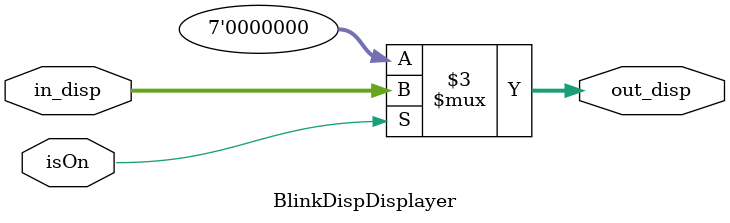
<source format=v>
`timescale 1ns / 1ps
module BlinkDispDisplayer(
	input isOn,
	input [6:0] in_disp,
	output reg [6:0] out_disp
    );
	 
	always @ (*) begin
		if (isOn) begin
			out_disp <= in_disp;
		end
		else begin
			out_disp <= 7'b0000000;
		end
	end


endmodule

</source>
